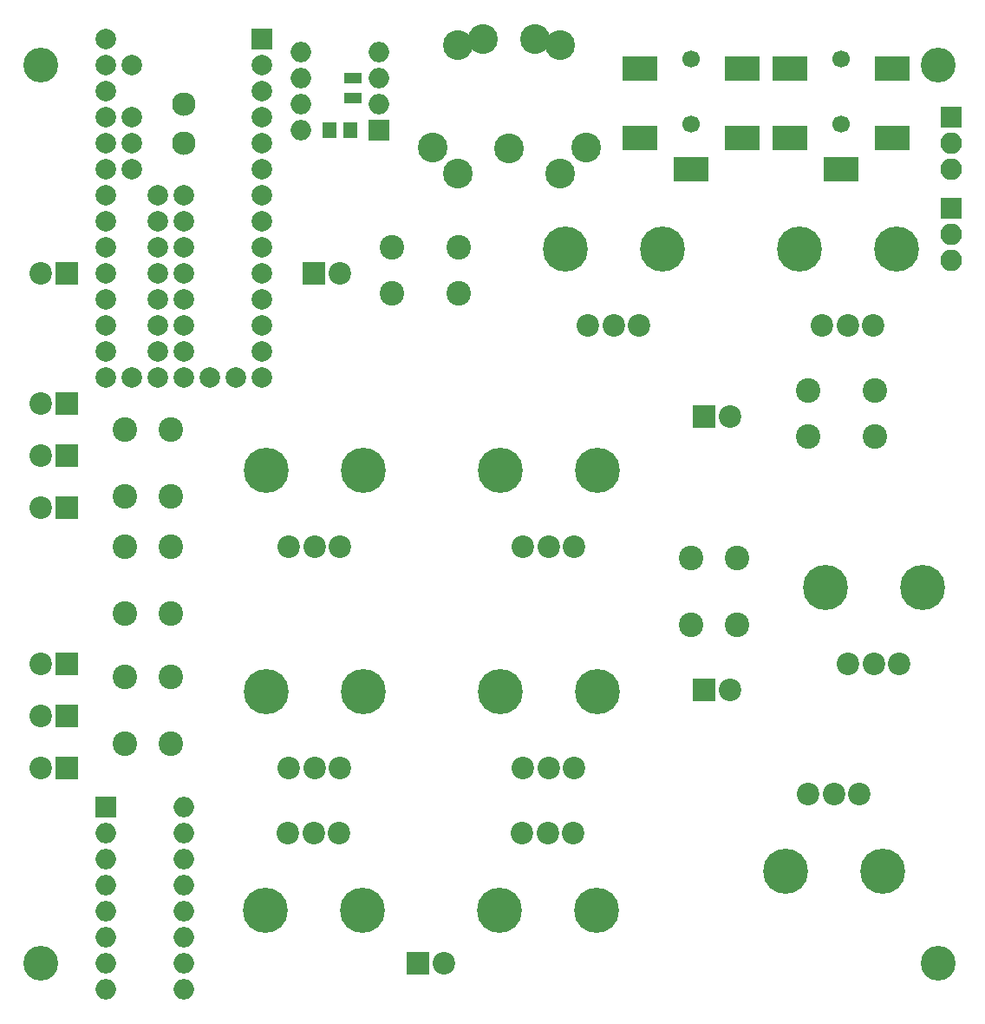
<source format=gbs>
G04 #@! TF.GenerationSoftware,KiCad,Pcbnew,(2017-11-24 revision 9df938484)-makepkg*
G04 #@! TF.CreationDate,2018-02-06T21:34:55+01:00*
G04 #@! TF.ProjectId,DigiSynth,4469676953796E74682E6B696361645F,rev?*
G04 #@! TF.SameCoordinates,Original*
G04 #@! TF.FileFunction,Soldermask,Bot*
G04 #@! TF.FilePolarity,Negative*
%FSLAX46Y46*%
G04 Gerber Fmt 4.6, Leading zero omitted, Abs format (unit mm)*
G04 Created by KiCad (PCBNEW (2017-11-24 revision 9df938484)-makepkg) date 02/06/18 21:34:55*
%MOMM*%
%LPD*%
G01*
G04 APERTURE LIST*
%ADD10C,1.700000*%
%ADD11R,3.400000X2.400000*%
%ADD12C,2.000000*%
%ADD13R,2.000000X2.000000*%
%ADD14C,2.300000*%
%ADD15C,2.899360*%
%ADD16C,3.400000*%
%ADD17C,2.200000*%
%ADD18R,2.200000X2.200000*%
%ADD19R,1.700000X1.100000*%
%ADD20C,4.400000*%
%ADD21C,2.400000*%
%ADD22O,2.000000X2.000000*%
%ADD23R,1.400000X1.650000*%
%ADD24O,2.100000X2.100000*%
%ADD25R,2.100000X2.100000*%
G04 APERTURE END LIST*
D10*
X98425000Y-27305000D03*
X98425000Y-20955000D03*
D11*
X103425000Y-28705000D03*
X98425000Y-31705000D03*
X93425000Y-28705000D03*
X103425000Y-21955000D03*
X93425000Y-21955000D03*
D10*
X83820000Y-27305000D03*
X83820000Y-20955000D03*
D11*
X88820000Y-28705000D03*
X83820000Y-31705000D03*
X78820000Y-28705000D03*
X88820000Y-21955000D03*
X78820000Y-21955000D03*
D12*
X34290000Y-52070000D03*
X31750000Y-52070000D03*
X29210000Y-52070000D03*
X26670000Y-52070000D03*
X36830000Y-52070000D03*
X39370000Y-52070000D03*
X41910000Y-52070000D03*
X26670000Y-49530000D03*
X26670000Y-46990000D03*
X26670000Y-44450000D03*
X26670000Y-41910000D03*
X26670000Y-39370000D03*
X26670000Y-36830000D03*
X26670000Y-34290000D03*
X26670000Y-31750000D03*
X26670000Y-29210000D03*
X26670000Y-26670000D03*
X26670000Y-24130000D03*
X26670000Y-21590000D03*
X26670000Y-19050000D03*
X29210000Y-21590000D03*
X29210000Y-26670000D03*
X29210000Y-29210000D03*
X29210000Y-31750000D03*
X41910000Y-49530000D03*
X41910000Y-46990000D03*
X41910000Y-44450000D03*
X41910000Y-41910000D03*
X41910000Y-39370000D03*
X41910000Y-36830000D03*
X41910000Y-34290000D03*
X41910000Y-31750000D03*
X41910000Y-29210000D03*
X41910000Y-26670000D03*
X41910000Y-24130000D03*
X41910000Y-21590000D03*
D13*
X41910000Y-19050000D03*
D12*
X34290000Y-34290000D03*
X34290000Y-36830000D03*
X34290000Y-39370000D03*
X34290000Y-41910000D03*
X34290000Y-44450000D03*
X34290000Y-46990000D03*
X34290000Y-49530000D03*
X31750000Y-49530000D03*
X31750000Y-46990000D03*
X31750000Y-44450000D03*
X31750000Y-41910000D03*
X31750000Y-39370000D03*
X31750000Y-36830000D03*
X31750000Y-34290000D03*
D14*
X34290000Y-29210000D03*
X34290000Y-25400000D03*
D15*
X68580000Y-19050000D03*
X63500000Y-19050000D03*
D16*
X107950000Y-109220000D03*
X20320000Y-109220000D03*
X20320000Y-21590000D03*
X107950000Y-21590000D03*
D17*
X20320000Y-41910000D03*
D18*
X22860000Y-41910000D03*
X22860000Y-59690000D03*
D17*
X20320000Y-59690000D03*
D18*
X22860000Y-80010000D03*
D17*
X20320000Y-80010000D03*
D18*
X22860000Y-90170000D03*
D17*
X20320000Y-90170000D03*
X20320000Y-54610000D03*
D18*
X22860000Y-54610000D03*
D17*
X20320000Y-64770000D03*
D18*
X22860000Y-64770000D03*
D17*
X20320000Y-85090000D03*
D18*
X22860000Y-85090000D03*
D17*
X49530000Y-41910000D03*
D18*
X46990000Y-41910000D03*
X85090000Y-82550000D03*
D17*
X87630000Y-82550000D03*
X87630000Y-55880000D03*
D18*
X85090000Y-55880000D03*
X57150000Y-109220000D03*
D17*
X59690000Y-109220000D03*
D15*
X58541920Y-29667200D03*
X71036180Y-32169100D03*
X66040000Y-29669740D03*
X73538080Y-29667200D03*
X61043820Y-32169100D03*
X71041260Y-19672300D03*
X61038740Y-19672300D03*
D19*
X50800000Y-22865000D03*
X50800000Y-24765000D03*
D17*
X44530000Y-68580000D03*
X47030000Y-68580000D03*
X49530000Y-68580000D03*
D20*
X42280000Y-61080000D03*
X51780000Y-61080000D03*
D17*
X67390000Y-68580000D03*
X69890000Y-68580000D03*
X72390000Y-68580000D03*
D20*
X65140000Y-61080000D03*
X74640000Y-61080000D03*
D17*
X72310000Y-96520000D03*
X69810000Y-96520000D03*
X67310000Y-96520000D03*
D20*
X74560000Y-104020000D03*
X65060000Y-104020000D03*
X93000000Y-100210000D03*
X102500000Y-100210000D03*
D17*
X95250000Y-92710000D03*
X97750000Y-92710000D03*
X100250000Y-92710000D03*
D20*
X80990000Y-39490000D03*
X71490000Y-39490000D03*
D17*
X78740000Y-46990000D03*
X76240000Y-46990000D03*
X73740000Y-46990000D03*
D20*
X106390000Y-72510000D03*
X96890000Y-72510000D03*
D17*
X104140000Y-80010000D03*
X101640000Y-80010000D03*
X99140000Y-80010000D03*
D20*
X42200000Y-104020000D03*
X51700000Y-104020000D03*
D17*
X44450000Y-96520000D03*
X46950000Y-96520000D03*
X49450000Y-96520000D03*
D20*
X51780000Y-82670000D03*
X42280000Y-82670000D03*
D17*
X49530000Y-90170000D03*
X47030000Y-90170000D03*
X44530000Y-90170000D03*
X67390000Y-90170000D03*
X69890000Y-90170000D03*
X72390000Y-90170000D03*
D20*
X65140000Y-82670000D03*
X74640000Y-82670000D03*
D17*
X96600000Y-46990000D03*
X99100000Y-46990000D03*
X101600000Y-46990000D03*
D20*
X94350000Y-39490000D03*
X103850000Y-39490000D03*
D21*
X61110000Y-39370000D03*
X61110000Y-43870000D03*
X54610000Y-39370000D03*
X54610000Y-43870000D03*
X33020000Y-63650000D03*
X28520000Y-63650000D03*
X33020000Y-57150000D03*
X28520000Y-57150000D03*
X28520000Y-68580000D03*
X33020000Y-68580000D03*
X28520000Y-75080000D03*
X33020000Y-75080000D03*
X28520000Y-81280000D03*
X33020000Y-81280000D03*
X28520000Y-87780000D03*
X33020000Y-87780000D03*
D22*
X34290000Y-93980000D03*
X26670000Y-111760000D03*
X34290000Y-96520000D03*
X26670000Y-109220000D03*
X34290000Y-99060000D03*
X26670000Y-106680000D03*
X34290000Y-101600000D03*
X26670000Y-104140000D03*
X34290000Y-104140000D03*
X26670000Y-101600000D03*
X34290000Y-106680000D03*
X26670000Y-99060000D03*
X34290000Y-109220000D03*
X26670000Y-96520000D03*
X34290000Y-111760000D03*
D13*
X26670000Y-93980000D03*
D22*
X45720000Y-27940000D03*
X53340000Y-20320000D03*
X45720000Y-25400000D03*
X53340000Y-22860000D03*
X45720000Y-22860000D03*
X53340000Y-25400000D03*
X45720000Y-20320000D03*
D13*
X53340000Y-27940000D03*
D21*
X83820000Y-69700000D03*
X88320000Y-69700000D03*
X83820000Y-76200000D03*
X88320000Y-76200000D03*
X95250000Y-57840000D03*
X95250000Y-53340000D03*
X101750000Y-57840000D03*
X101750000Y-53340000D03*
D23*
X48530000Y-27940000D03*
X50530000Y-27940000D03*
D24*
X109220000Y-40640000D03*
X109220000Y-38100000D03*
D25*
X109220000Y-35560000D03*
X109220000Y-26670000D03*
D24*
X109220000Y-29210000D03*
X109220000Y-31750000D03*
M02*

</source>
